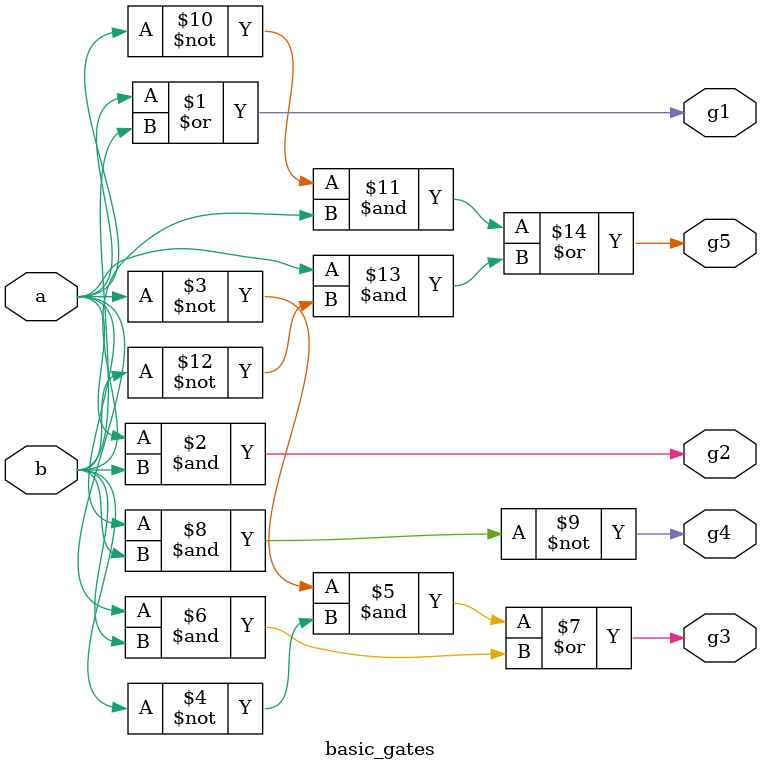
<source format=v>
`timescale 1ns / 1ps

module basic_gates(a,b,g1,g2,g3,g4,g5);
    input a,b;
    output g1,g2,g3,g4,g5;
	 
assign g1 = a | b;
assign g2 = a & b;
assign g3 = ~a&~b | a&b;
assign g4 = ~(a & b);
assign g5 = ~a&b | a&~b ;

endmodule

</source>
